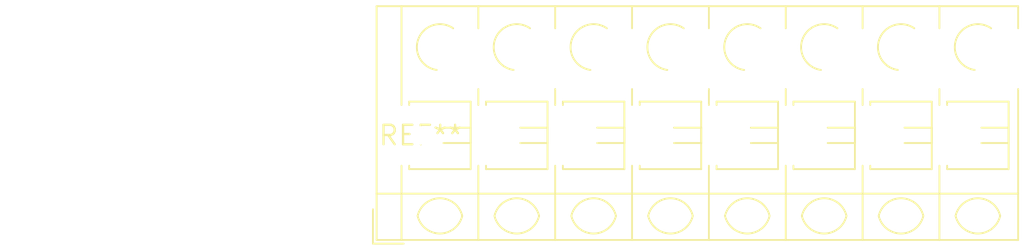
<source format=kicad_pcb>
(kicad_pcb (version 20240108) (generator pcbnew)
  (layers (0 "F.Cu" signal) (31 "B.Cu" signal) (34 "B.Paste" user) (35 "F.Paste" user) (36 "B.SilkS" user "B.Silkscreen") (37 "F.SilkS" user "F.Silkscreen") (38 "B.Mask" user) (39 "F.Mask" user) (44 "Edge.Cuts" user))
  (net 0 "")
  (footprint "TerminalBlock_WAGO_804-108_1x08_P5.00mm_45Degree" (layer "F.Cu") (at 0 0)
    (property "Reference" "REF**")
    (property "Value" "TerminalBlock_WAGO_804-108_1x08_P5.00mm_45Degree")
    (fp_line (start -3.11 4.82) (end -3.11 7.06) (layer "F.SilkS") (stroke (width 0.12)))
    (fp_line (start -3.11 7.06) (end -1.11 7.06) (layer "F.SilkS") (stroke (width 0.12)))
    (fp_line (start -2.87 -8.42) (end -2.87 6.82) (layer "F.SilkS") (stroke (width 0.12)))
    (fp_line (start -2.87 -8.42) (end 38.871 -8.42) (layer "F.SilkS") (stroke (width 0.12)))
    (fp_line (start -2.87 3.8) (end 38.871 3.8) (layer "F.SilkS") (stroke (width 0.12)))
    (fp_line (start -2.87 6.82) (end 38.871 6.82) (layer "F.SilkS") (stroke (width 0.12)))
    (fp_line (start -1.25 -8.42) (end -1.25 -1.98) (layer "F.SilkS") (stroke (width 0.12)))
    (fp_line (start -1.25 1.98) (end -1.25 6.82) (layer "F.SilkS") (stroke (width 0.12)))
    (fp_line (start -0.75 -2.2) (end -0.75 -1.98) (layer "F.SilkS") (stroke (width 0.12)))
    (fp_line (start -0.75 -2.2) (end 3.25 -2.2) (layer "F.SilkS") (stroke (width 0.12)))
    (fp_line (start -0.75 1.98) (end -0.75 2.2) (layer "F.SilkS") (stroke (width 0.12)))
    (fp_line (start -0.75 2.2) (end 3.25 2.2) (layer "F.SilkS") (stroke (width 0.12)))
    (fp_line (start 1.48 -0.5) (end 3.25 -0.5) (layer "F.SilkS") (stroke (width 0.12)))
    (fp_line (start 1.48 0.5) (end 3.25 0.5) (layer "F.SilkS") (stroke (width 0.12)))
    (fp_line (start 3.25 -2.2) (end 3.25 2.2) (layer "F.SilkS") (stroke (width 0.12)))
    (fp_line (start 3.25 -0.5) (end 3.25 0.5) (layer "F.SilkS") (stroke (width 0.12)))
    (fp_line (start 3.75 -8.42) (end 3.75 -6.98) (layer "F.SilkS") (stroke (width 0.12)))
    (fp_line (start 3.75 -3.02) (end 3.75 -1.98) (layer "F.SilkS") (stroke (width 0.12)))
    (fp_line (start 3.75 1.98) (end 3.75 6.82) (layer "F.SilkS") (stroke (width 0.12)))
    (fp_line (start 4.25 -2.2) (end 4.25 -1.98) (layer "F.SilkS") (stroke (width 0.12)))
    (fp_line (start 4.25 -2.2) (end 8.25 -2.2) (layer "F.SilkS") (stroke (width 0.12)))
    (fp_line (start 4.25 1.98) (end 4.25 2.2) (layer "F.SilkS") (stroke (width 0.12)))
    (fp_line (start 4.25 2.2) (end 8.25 2.2) (layer "F.SilkS") (stroke (width 0.12)))
    (fp_line (start 6.48 -0.5) (end 8.25 -0.5) (layer "F.SilkS") (stroke (width 0.12)))
    (fp_line (start 6.48 0.5) (end 8.25 0.5) (layer "F.SilkS") (stroke (width 0.12)))
    (fp_line (start 8.25 -2.2) (end 8.25 2.2) (layer "F.SilkS") (stroke (width 0.12)))
    (fp_line (start 8.25 -0.5) (end 8.25 0.5) (layer "F.SilkS") (stroke (width 0.12)))
    (fp_line (start 8.75 -8.42) (end 8.75 -6.98) (layer "F.SilkS") (stroke (width 0.12)))
    (fp_line (start 8.75 -3.02) (end 8.75 -1.98) (layer "F.SilkS") (stroke (width 0.12)))
    (fp_line (start 8.75 1.98) (end 8.75 6.82) (layer "F.SilkS") (stroke (width 0.12)))
    (fp_line (start 9.25 -2.2) (end 9.25 -1.98) (layer "F.SilkS") (stroke (width 0.12)))
    (fp_line (start 9.25 -2.2) (end 13.25 -2.2) (layer "F.SilkS") (stroke (width 0.12)))
    (fp_line (start 9.25 1.98) (end 9.25 2.2) (layer "F.SilkS") (stroke (width 0.12)))
    (fp_line (start 9.25 2.2) (end 13.25 2.2) (layer "F.SilkS") (stroke (width 0.12)))
    (fp_line (start 11.48 -0.5) (end 13.25 -0.5) (layer "F.SilkS") (stroke (width 0.12)))
    (fp_line (start 11.48 0.5) (end 13.25 0.5) (layer "F.SilkS") (stroke (width 0.12)))
    (fp_line (start 13.25 -2.2) (end 13.25 2.2) (layer "F.SilkS") (stroke (width 0.12)))
    (fp_line (start 13.25 -0.5) (end 13.25 0.5) (layer "F.SilkS") (stroke (width 0.12)))
    (fp_line (start 13.75 -8.42) (end 13.75 -6.98) (layer "F.SilkS") (stroke (width 0.12)))
    (fp_line (start 13.75 -3.02) (end 13.75 -1.98) (layer "F.SilkS") (stroke (width 0.12)))
    (fp_line (start 13.75 1.98) (end 13.75 6.82) (layer "F.SilkS") (stroke (width 0.12)))
    (fp_line (start 14.25 -2.2) (end 14.25 -1.98) (layer "F.SilkS") (stroke (width 0.12)))
    (fp_line (start 14.25 -2.2) (end 18.25 -2.2) (layer "F.SilkS") (stroke (width 0.12)))
    (fp_line (start 14.25 1.98) (end 14.25 2.2) (layer "F.SilkS") (stroke (width 0.12)))
    (fp_line (start 14.25 2.2) (end 18.25 2.2) (layer "F.SilkS") (stroke (width 0.12)))
    (fp_line (start 16.48 -0.5) (end 18.25 -0.5) (layer "F.SilkS") (stroke (width 0.12)))
    (fp_line (start 16.48 0.5) (end 18.25 0.5) (layer "F.SilkS") (stroke (width 0.12)))
    (fp_line (start 18.25 -2.2) (end 18.25 2.2) (layer "F.SilkS") (stroke (width 0.12)))
    (fp_line (start 18.25 -0.5) (end 18.25 0.5) (layer "F.SilkS") (stroke (width 0.12)))
    (fp_line (start 18.75 -8.42) (end 18.75 -6.98) (layer "F.SilkS") (stroke (width 0.12)))
    (fp_line (start 18.75 -3.02) (end 18.75 -1.98) (layer "F.SilkS") (stroke (width 0.12)))
    (fp_line (start 18.75 1.98) (end 18.75 6.82) (layer "F.SilkS") (stroke (width 0.12)))
    (fp_line (start 19.25 -2.2) (end 19.25 -1.98) (layer "F.SilkS") (stroke (width 0.12)))
    (fp_line (start 19.25 -2.2) (end 23.25 -2.2) (layer "F.SilkS") (stroke (width 0.12)))
    (fp_line (start 19.25 1.98) (end 19.25 2.2) (layer "F.SilkS") (stroke (width 0.12)))
    (fp_line (start 19.25 2.2) (end 23.25 2.2) (layer "F.SilkS") (stroke (width 0.12)))
    (fp_line (start 21.48 -0.5) (end 23.25 -0.5) (layer "F.SilkS") (stroke (width 0.12)))
    (fp_line (start 21.48 0.5) (end 23.25 0.5) (layer "F.SilkS") (stroke (width 0.12)))
    (fp_line (start 23.25 -2.2) (end 23.25 2.2) (layer "F.SilkS") (stroke (width 0.12)))
    (fp_line (start 23.25 -0.5) (end 23.25 0.5) (layer "F.SilkS") (stroke (width 0.12)))
    (fp_line (start 23.75 -8.42) (end 23.75 -6.98) (layer "F.SilkS") (stroke (width 0.12)))
    (fp_line (start 23.75 -3.02) (end 23.75 -1.98) (layer "F.SilkS") (stroke (width 0.12)))
    (fp_line (start 23.75 1.98) (end 23.75 6.82) (layer "F.SilkS") (stroke (width 0.12)))
    (fp_line (start 24.25 -2.2) (end 24.25 -1.98) (layer "F.SilkS") (stroke (width 0.12)))
    (fp_line (start 24.25 -2.2) (end 28.25 -2.2) (layer "F.SilkS") (stroke (width 0.12)))
    (fp_line (start 24.25 1.98) (end 24.25 2.2) (layer "F.SilkS") (stroke (width 0.12)))
    (fp_line (start 24.25 2.2) (end 28.25 2.2) (layer "F.SilkS") (stroke (width 0.12)))
    (fp_line (start 26.48 -0.5) (end 28.25 -0.5) (layer "F.SilkS") (stroke (width 0.12)))
    (fp_line (start 26.48 0.5) (end 28.25 0.5) (layer "F.SilkS") (stroke (width 0.12)))
    (fp_line (start 28.25 -2.2) (end 28.25 2.2) (layer "F.SilkS") (stroke (width 0.12)))
    (fp_line (start 28.25 -0.5) (end 28.25 0.5) (layer "F.SilkS") (stroke (width 0.12)))
    (fp_line (start 28.75 -8.42) (end 28.75 -6.98) (layer "F.SilkS") (stroke (width 0.12)))
    (fp_line (start 28.75 -3.02) (end 28.75 -1.98) (layer "F.SilkS") (stroke (width 0.12)))
    (fp_line (start 28.75 1.98) (end 28.75 6.82) (layer "F.SilkS") (stroke (width 0.12)))
    (fp_line (start 29.25 -2.2) (end 29.25 -1.98) (layer "F.SilkS") (stroke (width 0.12)))
    (fp_line (start 29.25 -2.2) (end 33.25 -2.2) (layer "F.SilkS") (stroke (width 0.12)))
    (fp_line (start 29.25 1.98) (end 29.25 2.2) (layer "F.SilkS") (stroke (width 0.12)))
    (fp_line (start 29.25 2.2) (end 33.25 2.2) (layer "F.SilkS") (stroke (width 0.12)))
    (fp_line (start 31.48 -0.5) (end 33.25 -0.5) (layer "F.SilkS") (stroke (width 0.12)))
    (fp_line (start 31.48 0.5) (end 33.25 0.5) (layer "F.SilkS") (stroke (width 0.12)))
    (fp_line (start 33.25 -2.2) (end 33.25 2.2) (layer "F.SilkS") (stroke (width 0.12)))
    (fp_line (start 33.25 -0.5) (end 33.25 0.5) (layer "F.SilkS") (stroke (width 0.12)))
    (fp_line (start 33.75 -8.42) (end 33.75 -6.98) (layer "F.SilkS") (stroke (width 0.12)))
    (fp_line (start 33.75 -3.02) (end 33.75 -1.98) (layer "F.SilkS") (stroke (width 0.12)))
    (fp_line (start 33.75 1.98) (end 33.75 6.82) (layer "F.SilkS") (stroke (width 0.12)))
    (fp_line (start 34.25 -2.2) (end 34.25 -1.98) (layer "F.SilkS") (stroke (width 0.12)))
    (fp_line (start 34.25 -2.2) (end 38.25 -2.2) (layer "F.SilkS") (stroke (width 0.12)))
    (fp_line (start 34.25 1.98) (end 34.25 2.2) (layer "F.SilkS") (stroke (width 0.12)))
    (fp_line (start 34.25 2.2) (end 38.25 2.2) (layer "F.SilkS") (stroke (width 0.12)))
    (fp_line (start 36.48 -0.5) (end 38.25 -0.5) (layer "F.SilkS") (stroke (width 0.12)))
    (fp_line (start 36.48 0.5) (end 38.25 0.5) (layer "F.SilkS") (stroke (width 0.12)))
    (fp_line (start 38.25 -2.2) (end 38.25 2.2) (layer "F.SilkS") (stroke (width 0.12)))
    (fp_line (start 38.25 -0.5) (end 38.25 0.5) (layer "F.SilkS") (stroke (width 0.12)))
    (fp_line (start 38.871 -8.42) (end 38.871 -6.98) (layer "F.SilkS") (stroke (width 0.12)))
    (fp_line (start 38.871 -3.02) (end 38.871 6.82) (layer "F.SilkS") (stroke (width 0.12)))
    (fp_arc (start -0.200865 5.250424) (mid 1.250296 4.099926) (end 2.701 5.251) (layer "F.SilkS") (stroke (width 0.12)))
    (fp_arc (start 1.040798 -4.264067) (mid -0.146039 -6.300306) (end 2.111 -6.979) (layer "F.SilkS") (stroke (width 0.12)))
    (fp_arc (start 2.7 5.25) (mid 1.250068 6.400101) (end -0.199969 5.250133) (layer "F.SilkS") (stroke (width 0.12)))
    (fp_arc (start 4.799135 5.250424) (mid 6.250296 4.099926) (end 7.701 5.251) (layer "F.SilkS") (stroke (width 0.12)))
    (fp_arc (start 6.040798 -4.264067) (mid 4.853961 -6.300306) (end 7.111 -6.979) (layer "F.SilkS") (stroke (width 0.12)))
    (fp_arc (start 7.7 5.25) (mid 6.250068 6.400101) (end 4.800031 5.250133) (layer "F.SilkS") (stroke (width 0.12)))
    (fp_arc (start 9.799135 5.250424) (mid 11.250296 4.099926) (end 12.701 5.251) (layer "F.SilkS") (stroke (width 0.12)))
    (fp_arc (start 11.040798 -4.264067) (mid 9.853961 -6.300306) (end 12.111 -6.979) (layer "F.SilkS") (stroke (width 0.12)))
    (fp_arc (start 12.7 5.25) (mid 11.250068 6.400101) (end 9.800031 5.250133) (layer "F.SilkS") (stroke (width 0.12)))
    (fp_arc (start 14.799135 5.250424) (mid 16.250296 4.099926) (end 17.701 5.251) (layer "F.SilkS") (stroke (width 0.12)))
    (fp_arc (start 16.040798 -4.264067) (mid 14.853961 -6.300306) (end 17.111 -6.979) (layer "F.SilkS") (stroke (width 0.12)))
    (fp_arc (start 17.7 5.25) (mid 16.250068 6.400101) (end 14.800031 5.250133) (layer "F.SilkS") (stroke (width 0.12)))
    (fp_arc (start 19.799135 5.250424) (mid 21.250296 4.099926) (end 22.701 5.251) (layer "F.SilkS") (stroke (width 0.12)))
    (fp_arc (start 21.040798 -4.264067) (mid 19.853961 -6.300306) (end 22.111 -6.979) (layer "F.SilkS") (stroke (width 0.12)))
    (fp_arc (start 22.7 5.25) (mid 21.250068 6.400101) (end 19.800031 5.250133) (layer "F.SilkS") (stroke (width 0.12)))
    (fp_arc (start 24.799135 5.250424) (mid 26.250296 4.099926) (end 27.701 5.251) (layer "F.SilkS") (stroke (width 0.12)))
    (fp_arc (start 26.040798 -4.264067) (mid 24.853961 -6.300306) (end 27.111 -6.979) (layer "F.SilkS") (stroke (width 0.12)))
    (fp_arc (start 27.7 5.25) (mid 26.250068 6.400101) (end 24.800031 5.250133) (layer "F.SilkS") (stroke (width 0.12)))
    (fp_arc (start 29.799135 5.250424) (mid 31.250296 4.099926) (end 32.701 5.251) (layer "F.SilkS") (stroke (width 0.12)))
    (fp_arc (start 31.040798 -4.264067) (mid 29.853961 -6.300306) (end 32.111 -6.979) (layer "F.SilkS") (stroke (width 0.12)))
    (fp_arc (start 32.701 5.25) (mid 31.250296 6.401074) (end 29.799135 5.250576) (layer "F.SilkS") (stroke (width 0.12)))
    (fp_arc (start 34.799135 5.250424) (mid 36.250296 4.099926) (end 37.701 5.251) (layer "F.SilkS") (stroke (width 0.12)))
    (fp_arc (start 36.040798 -4.264067) (mid 34.853961 -6.300306) (end 37.111 -6.979) (layer "F.SilkS") (stroke (width 0.12)))
    (fp_arc (start 37.7 5.25) (mid 36.250068 6.400101) (end 34.800031 5.250133) (layer "F.SilkS") (stroke (width 0.12)))
    (pad "1" thru_hole rect (at 0 0) (size 2 3) (drill 1.2) (layers *.Cu *.Mask) (remove_unused_layers))
    (pad "1" thru_hole rect (at 2.5 -5) (size 2 3) (drill 1.2) (layers *.Cu *.Mask) (remove_unused_layers))
    (pad "2" thru_hole oval (at 5 0) (size 2 3) (drill 1.2) (layers *.Cu *.Mask) (remove_unused_layers))
    (pad "2" thru_hole oval (at 7.5 -5) (size 2 3) (drill 1.2) (layers *.Cu *.Mask) (remove_unused_layers))
    (pad "3" thru_hole oval (at 10 0) (size 2 3) (drill 1.2) (layers *.Cu *.Mask) (remove_unused_layers))
    (pad "3" thru_hole oval (at 12.5 -5) (size 2 3) (drill 1.2) (layers *.Cu *.Mask) (remove_unused_layers))
    (pad "4" thru_hole oval (at 15 0) (size 2 3) (drill 1.2) (layers *.Cu *.Mask) (remove_unused_layers))
    (pad "4" thru_hole oval (at 17.5 -5) (size 2 3) (drill 1.2) (layers *.Cu *.Mask) (remove_unused_layers))
    (pad "5" thru_hole oval (at 20 0) (size 2 3) (drill 1.2) (layers *.Cu *.Mask) (remove_unused_layers))
    (pad "5" thru_hole oval (at 22.5 -5) (size 2 3) (drill 1.2) (layers *.Cu *.Mask) (remove_unused_layers))
    (pad "6" thru_hole oval (at 25 0) (size 2 3) (drill 1.2) (layers *.Cu *.Mask) (remove_unused_layers))
    (pad "6" thru_hole oval (at 27.5 -5) (size 2 3) (drill 1.2) (layers *.Cu *.Mask) (remove_unused_layers))
    (pad "7" thru_hole oval (at 30 0) (size 2 3) (drill 1.2) (layers *.Cu *.Mask) (remove_unused_layers))
    (pad "7" thru_hole oval (at 32.5 -5) (size 2 3) (drill 1.2) (layers *.Cu *.Mask) (remove_unused_layers))
    (pad "8" thru_hole oval (at 35 0) (size 2 3) (drill 1.2) (layers *.Cu *.Mask) (remove_unused_layers))
    (pad "8" thru_hole oval (at 37.5 -5) (size 2 3) (drill 1.2) (layers *.Cu *.Mask) (remove_unused_layers))
  )
)
</source>
